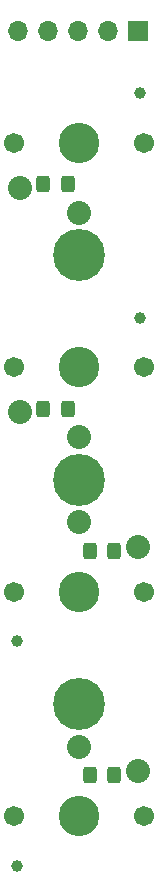
<source format=gbs>
G04 #@! TF.GenerationSoftware,KiCad,Pcbnew,7.0.2*
G04 #@! TF.CreationDate,2023-05-08T17:21:18+01:00*
G04 #@! TF.ProjectId,heron,6865726f-6e2e-46b6-9963-61645f706362,rev?*
G04 #@! TF.SameCoordinates,Original*
G04 #@! TF.FileFunction,Soldermask,Bot*
G04 #@! TF.FilePolarity,Negative*
%FSLAX46Y46*%
G04 Gerber Fmt 4.6, Leading zero omitted, Abs format (unit mm)*
G04 Created by KiCad (PCBNEW 7.0.2) date 2023-05-08 17:21:18*
%MOMM*%
%LPD*%
G01*
G04 APERTURE LIST*
G04 Aperture macros list*
%AMRoundRect*
0 Rectangle with rounded corners*
0 $1 Rounding radius*
0 $2 $3 $4 $5 $6 $7 $8 $9 X,Y pos of 4 corners*
0 Add a 4 corners polygon primitive as box body*
4,1,4,$2,$3,$4,$5,$6,$7,$8,$9,$2,$3,0*
0 Add four circle primitives for the rounded corners*
1,1,$1+$1,$2,$3*
1,1,$1+$1,$4,$5*
1,1,$1+$1,$6,$7*
1,1,$1+$1,$8,$9*
0 Add four rect primitives between the rounded corners*
20,1,$1+$1,$2,$3,$4,$5,0*
20,1,$1+$1,$4,$5,$6,$7,0*
20,1,$1+$1,$6,$7,$8,$9,0*
20,1,$1+$1,$8,$9,$2,$3,0*%
G04 Aperture macros list end*
%ADD10R,1.700000X1.700000*%
%ADD11O,1.700000X1.700000*%
%ADD12C,3.429000*%
%ADD13C,2.032000*%
%ADD14C,0.990600*%
%ADD15C,1.701800*%
%ADD16RoundRect,0.250000X-0.325000X-0.450000X0.325000X-0.450000X0.325000X0.450000X-0.325000X0.450000X0*%
%ADD17RoundRect,0.250000X0.325000X0.450000X-0.325000X0.450000X-0.325000X-0.450000X0.325000X-0.450000X0*%
%ADD18C,4.400000*%
G04 APERTURE END LIST*
D10*
G04 #@! TO.C,J1*
X162500000Y-30500000D03*
D11*
X159960000Y-30500000D03*
X157420000Y-30500000D03*
X154880000Y-30500000D03*
X152340000Y-30500000D03*
G04 #@! TD*
D12*
G04 #@! TO.C,SW1*
X157500000Y-40000000D03*
D13*
X152500000Y-43800000D03*
X157500000Y-45900000D03*
D14*
X162720000Y-35800000D03*
D15*
X163000000Y-40000000D03*
X152000000Y-40000000D03*
G04 #@! TD*
D16*
G04 #@! TO.C,D4*
X158475000Y-93500000D03*
X160525000Y-93500000D03*
G04 #@! TD*
G04 #@! TO.C,D3*
X158450000Y-74500000D03*
X160500000Y-74500000D03*
G04 #@! TD*
D17*
G04 #@! TO.C,D2*
X156550000Y-62500000D03*
X154500000Y-62500000D03*
G04 #@! TD*
G04 #@! TO.C,D1*
X154500000Y-43500000D03*
X156550000Y-43500000D03*
G04 #@! TD*
D18*
G04 #@! TO.C,H3*
X157500000Y-87500000D03*
G04 #@! TD*
G04 #@! TO.C,H2*
X157500000Y-68500000D03*
G04 #@! TD*
G04 #@! TO.C,H1*
X157500000Y-49500000D03*
G04 #@! TD*
D12*
G04 #@! TO.C,SW4*
X157500000Y-97000000D03*
D13*
X162500000Y-93200000D03*
X157500000Y-91100000D03*
D14*
X152280000Y-101200000D03*
D15*
X152000000Y-97000000D03*
X163000000Y-97000000D03*
G04 #@! TD*
D12*
G04 #@! TO.C,SW3*
X157500000Y-78000000D03*
D13*
X162500000Y-74200000D03*
X157500000Y-72100000D03*
D14*
X152280000Y-82200000D03*
D15*
X152000000Y-78000000D03*
X163000000Y-78000000D03*
G04 #@! TD*
D12*
G04 #@! TO.C,SW2*
X157500000Y-59000000D03*
D13*
X152500000Y-62800000D03*
X157500000Y-64900000D03*
D14*
X162720000Y-54800000D03*
D15*
X163000000Y-59000000D03*
X152000000Y-59000000D03*
G04 #@! TD*
M02*

</source>
